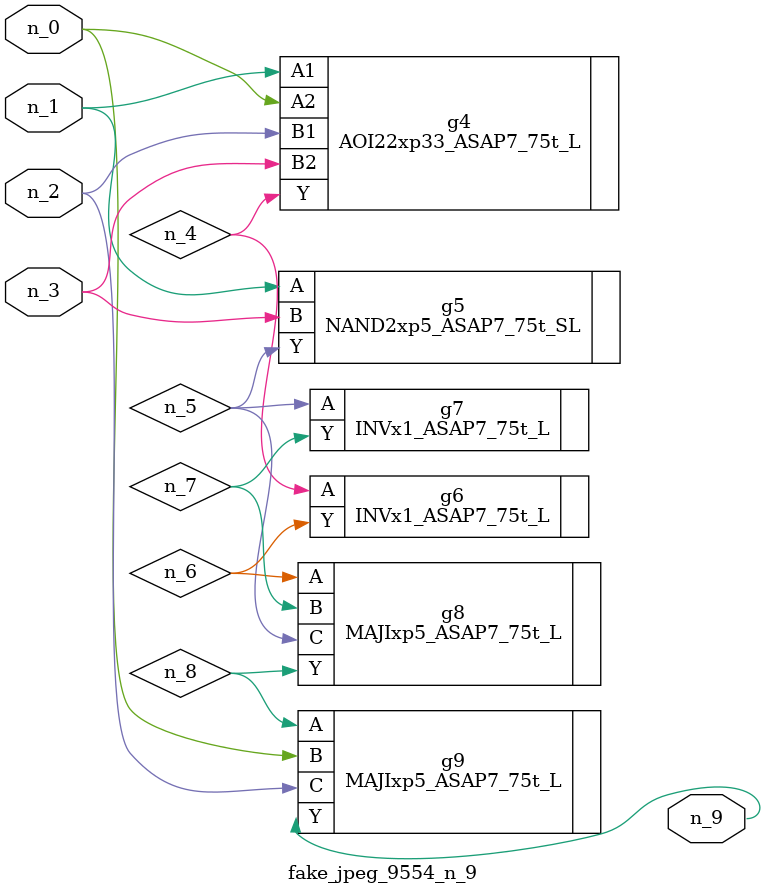
<source format=v>
module fake_jpeg_9554_n_9 (n_0, n_3, n_2, n_1, n_9);

input n_0;
input n_3;
input n_2;
input n_1;

output n_9;

wire n_4;
wire n_8;
wire n_6;
wire n_5;
wire n_7;

AOI22xp33_ASAP7_75t_L g4 ( 
.A1(n_1),
.A2(n_0),
.B1(n_2),
.B2(n_3),
.Y(n_4)
);

NAND2xp5_ASAP7_75t_SL g5 ( 
.A(n_1),
.B(n_3),
.Y(n_5)
);

INVx1_ASAP7_75t_L g6 ( 
.A(n_4),
.Y(n_6)
);

MAJIxp5_ASAP7_75t_L g8 ( 
.A(n_6),
.B(n_7),
.C(n_5),
.Y(n_8)
);

INVx1_ASAP7_75t_L g7 ( 
.A(n_5),
.Y(n_7)
);

MAJIxp5_ASAP7_75t_L g9 ( 
.A(n_8),
.B(n_0),
.C(n_2),
.Y(n_9)
);


endmodule
</source>
